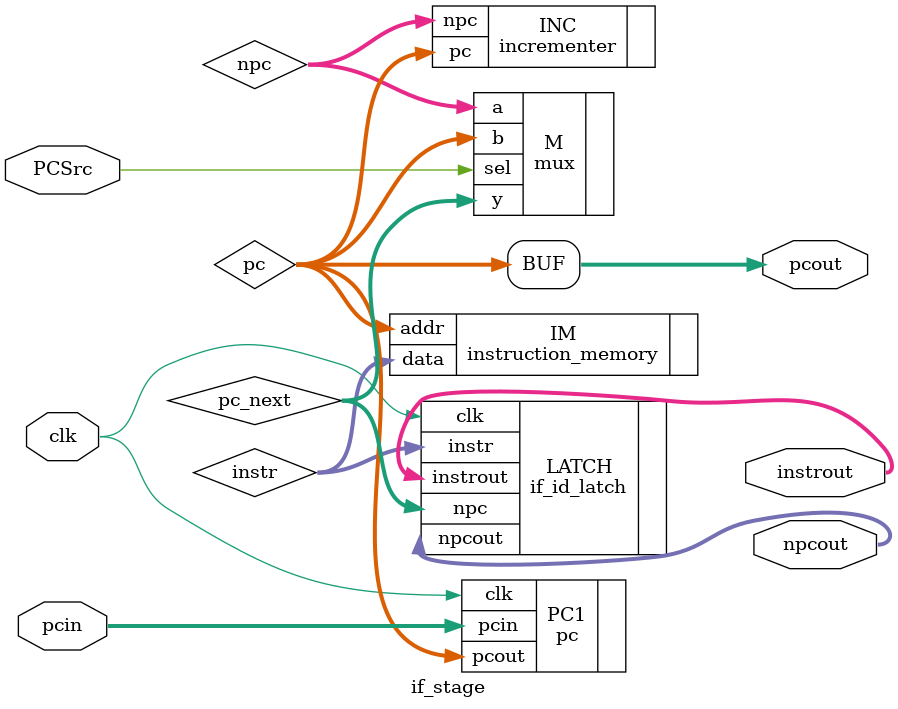
<source format=v>
module if_stage(
    input clk,
    input [31:0] pcin,
    input PCSrc,
    output [31:0] pcout,
    output [31:0] npcout,
    output [31:0] instrout
);
    wire [31:0] pc, npc, instr, pc_next;

    pc PC1(
        .clk(clk), 
        .pcin(pcin),
        .pcout(pc)
    );
    
    incrementer INC(
        .pc(pc), 
        .npc(npc)
    );
    
    instruction_memory IM(
        .addr(pc), 
        .data(instr)
    );
    
    mux M(
        .a(npc), 
        .b(pc), 
        .sel(PCSrc), 
        .y(pc_next)
    );
    
    if_id_latch LATCH(
        .clk(clk), 
        .npc(pc_next), 
        .instr(instr), 
        .npcout(npcout), 
        .instrout(instrout)
    );

    assign pcout = pc;
endmodule

</source>
